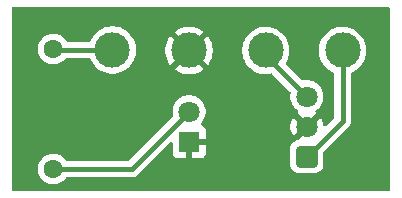
<source format=gtl>
G04 #@! TF.GenerationSoftware,KiCad,Pcbnew,9.0.2*
G04 #@! TF.CreationDate,2025-06-20T02:48:36-04:00*
G04 #@! TF.ProjectId,IR_Prototype,49525f50-726f-4746-9f74-7970652e6b69,rev?*
G04 #@! TF.SameCoordinates,Original*
G04 #@! TF.FileFunction,Copper,L1,Top*
G04 #@! TF.FilePolarity,Positive*
%FSLAX46Y46*%
G04 Gerber Fmt 4.6, Leading zero omitted, Abs format (unit mm)*
G04 Created by KiCad (PCBNEW 9.0.2) date 2025-06-20 02:48:36*
%MOMM*%
%LPD*%
G01*
G04 APERTURE LIST*
G04 Aperture macros list*
%AMRoundRect*
0 Rectangle with rounded corners*
0 $1 Rounding radius*
0 $2 $3 $4 $5 $6 $7 $8 $9 X,Y pos of 4 corners*
0 Add a 4 corners polygon primitive as box body*
4,1,4,$2,$3,$4,$5,$6,$7,$8,$9,$2,$3,0*
0 Add four circle primitives for the rounded corners*
1,1,$1+$1,$2,$3*
1,1,$1+$1,$4,$5*
1,1,$1+$1,$6,$7*
1,1,$1+$1,$8,$9*
0 Add four rect primitives between the rounded corners*
20,1,$1+$1,$2,$3,$4,$5,0*
20,1,$1+$1,$4,$5,$6,$7,0*
20,1,$1+$1,$6,$7,$8,$9,0*
20,1,$1+$1,$8,$9,$2,$3,0*%
G04 Aperture macros list end*
G04 #@! TA.AperFunction,ComponentPad*
%ADD10C,3.000000*%
G04 #@! TD*
G04 #@! TA.AperFunction,ComponentPad*
%ADD11C,1.600000*%
G04 #@! TD*
G04 #@! TA.AperFunction,ComponentPad*
%ADD12R,1.800000X1.800000*%
G04 #@! TD*
G04 #@! TA.AperFunction,ComponentPad*
%ADD13C,1.800000*%
G04 #@! TD*
G04 #@! TA.AperFunction,ComponentPad*
%ADD14RoundRect,0.250200X0.649800X-0.649800X0.649800X0.649800X-0.649800X0.649800X-0.649800X-0.649800X0*%
G04 #@! TD*
G04 #@! TA.AperFunction,Conductor*
%ADD15C,0.400000*%
G04 #@! TD*
G04 APERTURE END LIST*
D10*
X41000000Y-38960000D03*
X60500000Y-39000000D03*
X47500000Y-39000000D03*
X54000000Y-39000000D03*
D11*
X36000000Y-49040000D03*
X36000000Y-38880000D03*
D12*
X47500000Y-46730000D03*
D13*
X47500000Y-44190000D03*
D14*
X57475000Y-48000000D03*
D13*
X57475000Y-45460000D03*
X57475000Y-42920000D03*
D15*
X60500000Y-44975000D02*
X60500000Y-39000000D01*
X57475000Y-48000000D02*
X60500000Y-44975000D01*
X42650000Y-49040000D02*
X47500000Y-44190000D01*
X36000000Y-49040000D02*
X42650000Y-49040000D01*
X41000000Y-38960000D02*
X36080000Y-38960000D01*
X36080000Y-38960000D02*
X36000000Y-38880000D01*
X57475000Y-42920000D02*
X54000000Y-39445000D01*
X54000000Y-39445000D02*
X54000000Y-39000000D01*
G04 #@! TA.AperFunction,Conductor*
G36*
X64442539Y-35320185D02*
G01*
X64488294Y-35372989D01*
X64499500Y-35424500D01*
X64499500Y-50775500D01*
X64479815Y-50842539D01*
X64427011Y-50888294D01*
X64375500Y-50899500D01*
X32624500Y-50899500D01*
X32557461Y-50879815D01*
X32511706Y-50827011D01*
X32500500Y-50775500D01*
X32500500Y-48937648D01*
X34699500Y-48937648D01*
X34699500Y-49142351D01*
X34731522Y-49344534D01*
X34794781Y-49539223D01*
X34817655Y-49584114D01*
X34883620Y-49713578D01*
X34887715Y-49721613D01*
X35008028Y-49887213D01*
X35152786Y-50031971D01*
X35307749Y-50144556D01*
X35318390Y-50152287D01*
X35434607Y-50211503D01*
X35500776Y-50245218D01*
X35500778Y-50245218D01*
X35500781Y-50245220D01*
X35605137Y-50279127D01*
X35695465Y-50308477D01*
X35796557Y-50324488D01*
X35897648Y-50340500D01*
X35897649Y-50340500D01*
X36102351Y-50340500D01*
X36102352Y-50340500D01*
X36304534Y-50308477D01*
X36499219Y-50245220D01*
X36681610Y-50152287D01*
X36774590Y-50084732D01*
X36847213Y-50031971D01*
X36847215Y-50031968D01*
X36847219Y-50031966D01*
X36991966Y-49887219D01*
X37061425Y-49791615D01*
X37116755Y-49748949D01*
X37161744Y-49740500D01*
X42718996Y-49740500D01*
X42813959Y-49721610D01*
X42854328Y-49713580D01*
X42918069Y-49687177D01*
X42981807Y-49660777D01*
X42981808Y-49660776D01*
X42981811Y-49660775D01*
X43096543Y-49584114D01*
X45888319Y-46792336D01*
X45949642Y-46758852D01*
X46019334Y-46763836D01*
X46075267Y-46805708D01*
X46099684Y-46871172D01*
X46100000Y-46880018D01*
X46100000Y-47677844D01*
X46106401Y-47737372D01*
X46106403Y-47737379D01*
X46156645Y-47872086D01*
X46156649Y-47872093D01*
X46242809Y-47987187D01*
X46242812Y-47987190D01*
X46357906Y-48073350D01*
X46357913Y-48073354D01*
X46492620Y-48123596D01*
X46492627Y-48123598D01*
X46552155Y-48129999D01*
X46552172Y-48130000D01*
X47250000Y-48130000D01*
X47250000Y-47105277D01*
X47326306Y-47149333D01*
X47440756Y-47180000D01*
X47559244Y-47180000D01*
X47673694Y-47149333D01*
X47750000Y-47105277D01*
X47750000Y-48130000D01*
X48447828Y-48130000D01*
X48447844Y-48129999D01*
X48507372Y-48123598D01*
X48507379Y-48123596D01*
X48642086Y-48073354D01*
X48642093Y-48073350D01*
X48757187Y-47987190D01*
X48757190Y-47987187D01*
X48843350Y-47872093D01*
X48843354Y-47872086D01*
X48893596Y-47737379D01*
X48893598Y-47737372D01*
X48899999Y-47677844D01*
X48900000Y-47677827D01*
X48900000Y-46980000D01*
X47875278Y-46980000D01*
X47919333Y-46903694D01*
X47950000Y-46789244D01*
X47950000Y-46670756D01*
X47919333Y-46556306D01*
X47875278Y-46480000D01*
X48900000Y-46480000D01*
X48900000Y-45782172D01*
X48899999Y-45782155D01*
X48893598Y-45722627D01*
X48893596Y-45722620D01*
X48843354Y-45587913D01*
X48843350Y-45587906D01*
X48757190Y-45472813D01*
X48725729Y-45449261D01*
X48545173Y-45349015D01*
X48526914Y-45330498D01*
X48506097Y-45314914D01*
X48502780Y-45306023D01*
X48496116Y-45299264D01*
X48490766Y-45273811D01*
X48481680Y-45249450D01*
X48483697Y-45240176D01*
X48481745Y-45230888D01*
X48491004Y-45206585D01*
X48496532Y-45181177D01*
X48504991Y-45169877D01*
X48506622Y-45165597D01*
X48510135Y-45163005D01*
X48517681Y-45152925D01*
X48568242Y-45102365D01*
X48697815Y-44924022D01*
X48797895Y-44727606D01*
X48866015Y-44517951D01*
X48900500Y-44300222D01*
X48900500Y-44079778D01*
X48866015Y-43862049D01*
X48797895Y-43652394D01*
X48797895Y-43652393D01*
X48763237Y-43584375D01*
X48697815Y-43455978D01*
X48681260Y-43433192D01*
X48568247Y-43277641D01*
X48568243Y-43277636D01*
X48412363Y-43121756D01*
X48412358Y-43121752D01*
X48234025Y-42992187D01*
X48234024Y-42992186D01*
X48234022Y-42992185D01*
X48171096Y-42960122D01*
X48037606Y-42892104D01*
X48037603Y-42892103D01*
X47827952Y-42823985D01*
X47719086Y-42806742D01*
X47610222Y-42789500D01*
X47389778Y-42789500D01*
X47317201Y-42800995D01*
X47172047Y-42823985D01*
X46962396Y-42892103D01*
X46962393Y-42892104D01*
X46765974Y-42992187D01*
X46587641Y-43121752D01*
X46587636Y-43121756D01*
X46431756Y-43277636D01*
X46431752Y-43277641D01*
X46302187Y-43455974D01*
X46202104Y-43652393D01*
X46202103Y-43652396D01*
X46133985Y-43862047D01*
X46099500Y-44079778D01*
X46099500Y-44300221D01*
X46130583Y-44496471D01*
X46121628Y-44565765D01*
X46095791Y-44603550D01*
X42396162Y-48303181D01*
X42334839Y-48336666D01*
X42308481Y-48339500D01*
X37161744Y-48339500D01*
X37094705Y-48319815D01*
X37061425Y-48288384D01*
X36991969Y-48192784D01*
X36847213Y-48048028D01*
X36681613Y-47927715D01*
X36681612Y-47927714D01*
X36681610Y-47927713D01*
X36624653Y-47898691D01*
X36499223Y-47834781D01*
X36304534Y-47771522D01*
X36129995Y-47743878D01*
X36102352Y-47739500D01*
X35897648Y-47739500D01*
X35873329Y-47743351D01*
X35695465Y-47771522D01*
X35500776Y-47834781D01*
X35318386Y-47927715D01*
X35152786Y-48048028D01*
X35008028Y-48192786D01*
X34887715Y-48358386D01*
X34794781Y-48540776D01*
X34731522Y-48735465D01*
X34699500Y-48937648D01*
X32500500Y-48937648D01*
X32500500Y-38777648D01*
X34699500Y-38777648D01*
X34699500Y-38982351D01*
X34731522Y-39184534D01*
X34794781Y-39379223D01*
X34887715Y-39561613D01*
X35008028Y-39727213D01*
X35152786Y-39871971D01*
X35307749Y-39984556D01*
X35318390Y-39992287D01*
X35434607Y-40051503D01*
X35500776Y-40085218D01*
X35500778Y-40085218D01*
X35500781Y-40085220D01*
X35605137Y-40119127D01*
X35695465Y-40148477D01*
X35796557Y-40164488D01*
X35897648Y-40180500D01*
X35897649Y-40180500D01*
X36102351Y-40180500D01*
X36102352Y-40180500D01*
X36304534Y-40148477D01*
X36499219Y-40085220D01*
X36681610Y-39992287D01*
X36774590Y-39924732D01*
X36847213Y-39871971D01*
X36847215Y-39871968D01*
X36847219Y-39871966D01*
X36991966Y-39727219D01*
X36992808Y-39726059D01*
X37003304Y-39711615D01*
X37058634Y-39668949D01*
X37103622Y-39660500D01*
X39041978Y-39660500D01*
X39109017Y-39680185D01*
X39154772Y-39732989D01*
X39156539Y-39737048D01*
X39201951Y-39846685D01*
X39201958Y-39846700D01*
X39333075Y-40073803D01*
X39492718Y-40281851D01*
X39492726Y-40281860D01*
X39678140Y-40467274D01*
X39678148Y-40467281D01*
X39886196Y-40626924D01*
X40113299Y-40758041D01*
X40113309Y-40758046D01*
X40355571Y-40858394D01*
X40355581Y-40858398D01*
X40608884Y-40926270D01*
X40868880Y-40960500D01*
X40868887Y-40960500D01*
X41131113Y-40960500D01*
X41131120Y-40960500D01*
X41391116Y-40926270D01*
X41644419Y-40858398D01*
X41886697Y-40758043D01*
X42113803Y-40626924D01*
X42321851Y-40467282D01*
X42321855Y-40467277D01*
X42321860Y-40467274D01*
X42507274Y-40281860D01*
X42507277Y-40281855D01*
X42507282Y-40281851D01*
X42666924Y-40073803D01*
X42798043Y-39846697D01*
X42898398Y-39604419D01*
X42966270Y-39351116D01*
X43000500Y-39091120D01*
X43000500Y-38868905D01*
X45500000Y-38868905D01*
X45500000Y-39131094D01*
X45534220Y-39391009D01*
X45534222Y-39391020D01*
X45602075Y-39644255D01*
X45702404Y-39886471D01*
X45702409Y-39886482D01*
X45833488Y-40113516D01*
X45833494Y-40113524D01*
X45920080Y-40226365D01*
X46637425Y-39509019D01*
X46723249Y-39637463D01*
X46862537Y-39776751D01*
X46990978Y-39862573D01*
X46273633Y-40579917D01*
X46273633Y-40579918D01*
X46386475Y-40666505D01*
X46386483Y-40666511D01*
X46613517Y-40797590D01*
X46613528Y-40797595D01*
X46855744Y-40897924D01*
X47108979Y-40965777D01*
X47108990Y-40965779D01*
X47368905Y-40999999D01*
X47368920Y-41000000D01*
X47631080Y-41000000D01*
X47631094Y-40999999D01*
X47891009Y-40965779D01*
X47891020Y-40965777D01*
X48144255Y-40897924D01*
X48386471Y-40797595D01*
X48386482Y-40797590D01*
X48613516Y-40666511D01*
X48613534Y-40666499D01*
X48726365Y-40579919D01*
X48726365Y-40579917D01*
X48009020Y-39862573D01*
X48137463Y-39776751D01*
X48276751Y-39637463D01*
X48362573Y-39509020D01*
X49079917Y-40226365D01*
X49079919Y-40226365D01*
X49166499Y-40113534D01*
X49166511Y-40113516D01*
X49297590Y-39886482D01*
X49297595Y-39886471D01*
X49397924Y-39644255D01*
X49465777Y-39391020D01*
X49465779Y-39391009D01*
X49499999Y-39131094D01*
X49500000Y-39131080D01*
X49500000Y-38868912D01*
X49499995Y-38868872D01*
X51999500Y-38868872D01*
X51999500Y-39131127D01*
X52006532Y-39184534D01*
X52033730Y-39391116D01*
X52099738Y-39637463D01*
X52101602Y-39644418D01*
X52101605Y-39644428D01*
X52201953Y-39886690D01*
X52201958Y-39886700D01*
X52333075Y-40113803D01*
X52492718Y-40321851D01*
X52492726Y-40321860D01*
X52678140Y-40507274D01*
X52678148Y-40507281D01*
X52886196Y-40666924D01*
X53113299Y-40798041D01*
X53113309Y-40798046D01*
X53355571Y-40898394D01*
X53355581Y-40898398D01*
X53608884Y-40966270D01*
X53857188Y-40998960D01*
X53865074Y-40999999D01*
X53868880Y-41000500D01*
X53868887Y-41000500D01*
X54131113Y-41000500D01*
X54131120Y-41000500D01*
X54391116Y-40966270D01*
X54431980Y-40955320D01*
X54501830Y-40956981D01*
X54551756Y-40987413D01*
X56070791Y-42506448D01*
X56104276Y-42567771D01*
X56105583Y-42613527D01*
X56074500Y-42809778D01*
X56074500Y-43030221D01*
X56108985Y-43247952D01*
X56177103Y-43457603D01*
X56177104Y-43457606D01*
X56245122Y-43591096D01*
X56276355Y-43652394D01*
X56277187Y-43654025D01*
X56406752Y-43832358D01*
X56406756Y-43832363D01*
X56562640Y-43988247D01*
X56702679Y-44089990D01*
X56745345Y-44145319D01*
X56751324Y-44214933D01*
X56718719Y-44276728D01*
X56702679Y-44290626D01*
X56677485Y-44308930D01*
X56677485Y-44308932D01*
X57386414Y-45017861D01*
X57301306Y-45040667D01*
X57198694Y-45099910D01*
X57114910Y-45183694D01*
X57055667Y-45286306D01*
X57032861Y-45371414D01*
X56323932Y-44662485D01*
X56323931Y-44662485D01*
X56277616Y-44726233D01*
X56177567Y-44922589D01*
X56109473Y-45132164D01*
X56075000Y-45349818D01*
X56075000Y-45570181D01*
X56109473Y-45787835D01*
X56177567Y-45997410D01*
X56277611Y-46193756D01*
X56323932Y-46257513D01*
X57032861Y-45548584D01*
X57055667Y-45633694D01*
X57114910Y-45736306D01*
X57198694Y-45820090D01*
X57301306Y-45879333D01*
X57386415Y-45902138D01*
X56702394Y-46586157D01*
X56653717Y-46616182D01*
X56505782Y-46665202D01*
X56505777Y-46665204D01*
X56356417Y-46757331D01*
X56232331Y-46881417D01*
X56140204Y-47030777D01*
X56140202Y-47030782D01*
X56085003Y-47197361D01*
X56074500Y-47300166D01*
X56074500Y-48699833D01*
X56085003Y-48802638D01*
X56129741Y-48937648D01*
X56140203Y-48969220D01*
X56232330Y-49118581D01*
X56356419Y-49242670D01*
X56505780Y-49334797D01*
X56616834Y-49371596D01*
X56672361Y-49389996D01*
X56709236Y-49393763D01*
X56775174Y-49400500D01*
X56775178Y-49400500D01*
X58174822Y-49400500D01*
X58174826Y-49400500D01*
X58277638Y-49389996D01*
X58444220Y-49334797D01*
X58593581Y-49242670D01*
X58717670Y-49118581D01*
X58809797Y-48969220D01*
X58864996Y-48802638D01*
X58875500Y-48699826D01*
X58875500Y-47641519D01*
X58895185Y-47574480D01*
X58911819Y-47553838D01*
X61044112Y-45421545D01*
X61044114Y-45421543D01*
X61120775Y-45306811D01*
X61121102Y-45306023D01*
X61162290Y-45206585D01*
X61173580Y-45179328D01*
X61188891Y-45102358D01*
X61200500Y-45043996D01*
X61200500Y-40958022D01*
X61220185Y-40890983D01*
X61272989Y-40845228D01*
X61277048Y-40843461D01*
X61386685Y-40798048D01*
X61386685Y-40798047D01*
X61386697Y-40798043D01*
X61613803Y-40666924D01*
X61821851Y-40507282D01*
X61821855Y-40507277D01*
X61821860Y-40507274D01*
X62007274Y-40321860D01*
X62007277Y-40321855D01*
X62007282Y-40321851D01*
X62166924Y-40113803D01*
X62298043Y-39886697D01*
X62298254Y-39886189D01*
X62364102Y-39727217D01*
X62398398Y-39644419D01*
X62466270Y-39391116D01*
X62500500Y-39131120D01*
X62500500Y-38868880D01*
X62466270Y-38608884D01*
X62398398Y-38355581D01*
X62398394Y-38355571D01*
X62298046Y-38113309D01*
X62298041Y-38113299D01*
X62166924Y-37886196D01*
X62007281Y-37678148D01*
X62007274Y-37678140D01*
X61821860Y-37492726D01*
X61821851Y-37492718D01*
X61613803Y-37333075D01*
X61386700Y-37201958D01*
X61386690Y-37201953D01*
X61144428Y-37101605D01*
X61144421Y-37101603D01*
X61144419Y-37101602D01*
X60891116Y-37033730D01*
X60833339Y-37026123D01*
X60631127Y-36999500D01*
X60631120Y-36999500D01*
X60368880Y-36999500D01*
X60368872Y-36999500D01*
X60137772Y-37029926D01*
X60108884Y-37033730D01*
X60004864Y-37061602D01*
X59855581Y-37101602D01*
X59855571Y-37101605D01*
X59613309Y-37201953D01*
X59613299Y-37201958D01*
X59386196Y-37333075D01*
X59178148Y-37492718D01*
X58992718Y-37678148D01*
X58833075Y-37886196D01*
X58701958Y-38113299D01*
X58701953Y-38113309D01*
X58601605Y-38355571D01*
X58601602Y-38355581D01*
X58533730Y-38608884D01*
X58533716Y-38608990D01*
X58499500Y-38868872D01*
X58499500Y-39131127D01*
X58506532Y-39184534D01*
X58533730Y-39391116D01*
X58599738Y-39637463D01*
X58601602Y-39644418D01*
X58601605Y-39644428D01*
X58701953Y-39886690D01*
X58701958Y-39886700D01*
X58833075Y-40113803D01*
X58992718Y-40321851D01*
X58992726Y-40321860D01*
X59178140Y-40507274D01*
X59178148Y-40507281D01*
X59386196Y-40666924D01*
X59613299Y-40798041D01*
X59613314Y-40798048D01*
X59722952Y-40843461D01*
X59777356Y-40887301D01*
X59799421Y-40953595D01*
X59799500Y-40958022D01*
X59799500Y-44633480D01*
X59779815Y-44700519D01*
X59763181Y-44721161D01*
X59082567Y-45401774D01*
X59021244Y-45435259D01*
X58951552Y-45430275D01*
X58895619Y-45388403D01*
X58872413Y-45333490D01*
X58840527Y-45132165D01*
X58772432Y-44922589D01*
X58672388Y-44726243D01*
X58626066Y-44662485D01*
X58626065Y-44662485D01*
X57917138Y-45371414D01*
X57894333Y-45286306D01*
X57835090Y-45183694D01*
X57751306Y-45099910D01*
X57648694Y-45040667D01*
X57563583Y-45017861D01*
X58272513Y-44308932D01*
X58247319Y-44290628D01*
X58204653Y-44235298D01*
X58198674Y-44165685D01*
X58231279Y-44103889D01*
X58247313Y-44089994D01*
X58387365Y-43988242D01*
X58543242Y-43832365D01*
X58672815Y-43654022D01*
X58772895Y-43457606D01*
X58841015Y-43247951D01*
X58875500Y-43030222D01*
X58875500Y-42809778D01*
X58841015Y-42592049D01*
X58772895Y-42382394D01*
X58772895Y-42382393D01*
X58738237Y-42314375D01*
X58672815Y-42185978D01*
X58656260Y-42163192D01*
X58543247Y-42007641D01*
X58543243Y-42007636D01*
X58387363Y-41851756D01*
X58387358Y-41851752D01*
X58209025Y-41722187D01*
X58209024Y-41722186D01*
X58209022Y-41722185D01*
X58146096Y-41690122D01*
X58012606Y-41622104D01*
X58012603Y-41622103D01*
X57802952Y-41553985D01*
X57694086Y-41536742D01*
X57585222Y-41519500D01*
X57364778Y-41519500D01*
X57279877Y-41532946D01*
X57168527Y-41550583D01*
X57099233Y-41541628D01*
X57061448Y-41515791D01*
X55731472Y-40185815D01*
X55697987Y-40124492D01*
X55702971Y-40054800D01*
X55711766Y-40036134D01*
X55798041Y-39886700D01*
X55798046Y-39886690D01*
X55864102Y-39727217D01*
X55898398Y-39644419D01*
X55966270Y-39391116D01*
X56000500Y-39131120D01*
X56000500Y-38868880D01*
X55966270Y-38608884D01*
X55898398Y-38355581D01*
X55898394Y-38355571D01*
X55798046Y-38113309D01*
X55798041Y-38113299D01*
X55666924Y-37886196D01*
X55507281Y-37678148D01*
X55507274Y-37678140D01*
X55321860Y-37492726D01*
X55321851Y-37492718D01*
X55113803Y-37333075D01*
X54886700Y-37201958D01*
X54886690Y-37201953D01*
X54644428Y-37101605D01*
X54644421Y-37101603D01*
X54644419Y-37101602D01*
X54391116Y-37033730D01*
X54333339Y-37026123D01*
X54131127Y-36999500D01*
X54131120Y-36999500D01*
X53868880Y-36999500D01*
X53868872Y-36999500D01*
X53637772Y-37029926D01*
X53608884Y-37033730D01*
X53504864Y-37061602D01*
X53355581Y-37101602D01*
X53355571Y-37101605D01*
X53113309Y-37201953D01*
X53113299Y-37201958D01*
X52886196Y-37333075D01*
X52678148Y-37492718D01*
X52492718Y-37678148D01*
X52333075Y-37886196D01*
X52201958Y-38113299D01*
X52201953Y-38113309D01*
X52101605Y-38355571D01*
X52101602Y-38355581D01*
X52033730Y-38608884D01*
X52033716Y-38608990D01*
X51999500Y-38868872D01*
X49499995Y-38868872D01*
X49465779Y-38608990D01*
X49465777Y-38608979D01*
X49397924Y-38355744D01*
X49297595Y-38113528D01*
X49297590Y-38113517D01*
X49166511Y-37886483D01*
X49166505Y-37886475D01*
X49079918Y-37773633D01*
X49079917Y-37773633D01*
X48362572Y-38490978D01*
X48276751Y-38362537D01*
X48137463Y-38223249D01*
X48009019Y-38137425D01*
X48726365Y-37420080D01*
X48613524Y-37333494D01*
X48613516Y-37333488D01*
X48386482Y-37202409D01*
X48386471Y-37202404D01*
X48144255Y-37102075D01*
X47891020Y-37034222D01*
X47891009Y-37034220D01*
X47631094Y-37000000D01*
X47368905Y-37000000D01*
X47108990Y-37034220D01*
X47108979Y-37034222D01*
X46855744Y-37102075D01*
X46613528Y-37202404D01*
X46613517Y-37202409D01*
X46386471Y-37333496D01*
X46273633Y-37420079D01*
X46273633Y-37420080D01*
X46990979Y-38137426D01*
X46862537Y-38223249D01*
X46723249Y-38362537D01*
X46637426Y-38490979D01*
X45920080Y-37773633D01*
X45920079Y-37773633D01*
X45833496Y-37886471D01*
X45702409Y-38113517D01*
X45702404Y-38113528D01*
X45602075Y-38355744D01*
X45534222Y-38608979D01*
X45534220Y-38608990D01*
X45500000Y-38868905D01*
X43000500Y-38868905D01*
X43000500Y-38828880D01*
X42966270Y-38568884D01*
X42898398Y-38315581D01*
X42898394Y-38315571D01*
X42798046Y-38073309D01*
X42798041Y-38073299D01*
X42666924Y-37846196D01*
X42537975Y-37678149D01*
X42507282Y-37638149D01*
X42507281Y-37638148D01*
X42507274Y-37638140D01*
X42321860Y-37452726D01*
X42321851Y-37452718D01*
X42113803Y-37293075D01*
X41886700Y-37161958D01*
X41886690Y-37161953D01*
X41644428Y-37061605D01*
X41644421Y-37061603D01*
X41644419Y-37061602D01*
X41391116Y-36993730D01*
X41333339Y-36986123D01*
X41131127Y-36959500D01*
X41131120Y-36959500D01*
X40868880Y-36959500D01*
X40868872Y-36959500D01*
X40637772Y-36989926D01*
X40608884Y-36993730D01*
X40457773Y-37034220D01*
X40355581Y-37061602D01*
X40355571Y-37061605D01*
X40113309Y-37161953D01*
X40113299Y-37161958D01*
X39886196Y-37293075D01*
X39678148Y-37452718D01*
X39492718Y-37638148D01*
X39333075Y-37846196D01*
X39201958Y-38073299D01*
X39201951Y-38073314D01*
X39156539Y-38182952D01*
X39112699Y-38237356D01*
X39046405Y-38259421D01*
X39041978Y-38259500D01*
X37219179Y-38259500D01*
X37152140Y-38239815D01*
X37115325Y-38202204D01*
X37115151Y-38202331D01*
X37114293Y-38201150D01*
X37113452Y-38200291D01*
X37112283Y-38198383D01*
X36991971Y-38032786D01*
X36847213Y-37888028D01*
X36681613Y-37767715D01*
X36681612Y-37767714D01*
X36681610Y-37767713D01*
X36624653Y-37738691D01*
X36499223Y-37674781D01*
X36304534Y-37611522D01*
X36129995Y-37583878D01*
X36102352Y-37579500D01*
X35897648Y-37579500D01*
X35873329Y-37583351D01*
X35695465Y-37611522D01*
X35500776Y-37674781D01*
X35318386Y-37767715D01*
X35152786Y-37888028D01*
X35008028Y-38032786D01*
X34887715Y-38198386D01*
X34794781Y-38380776D01*
X34731522Y-38575465D01*
X34699500Y-38777648D01*
X32500500Y-38777648D01*
X32500500Y-35424500D01*
X32520185Y-35357461D01*
X32572989Y-35311706D01*
X32624500Y-35300500D01*
X64375500Y-35300500D01*
X64442539Y-35320185D01*
G37*
G04 #@! TD.AperFunction*
M02*

</source>
